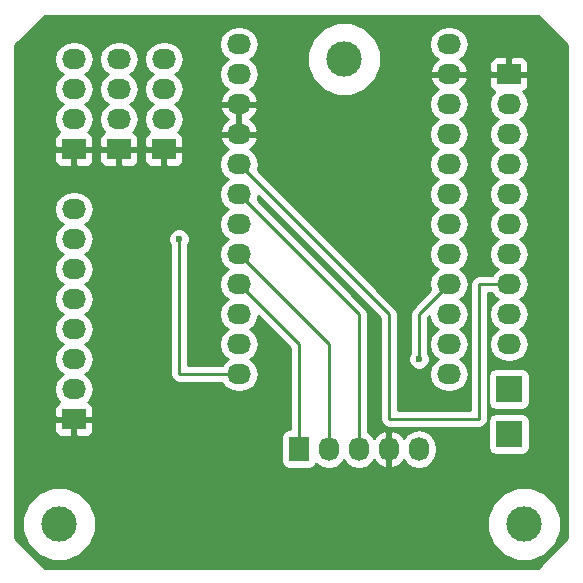
<source format=gbr>
G04 #@! TF.FileFunction,Copper,L2,Bot,Signal*
%FSLAX46Y46*%
G04 Gerber Fmt 4.6, Leading zero omitted, Abs format (unit mm)*
G04 Created by KiCad (PCBNEW 4.0.2-stable) date 15.07.2016 23:15:38*
%MOMM*%
G01*
G04 APERTURE LIST*
%ADD10C,0.100000*%
%ADD11R,2.032000X1.727200*%
%ADD12O,2.032000X1.727200*%
%ADD13R,1.727200X2.032000*%
%ADD14O,1.727200X2.032000*%
%ADD15R,2.235200X2.235200*%
%ADD16C,3.000000*%
%ADD17C,0.600000*%
%ADD18C,0.250000*%
%ADD19C,0.254000*%
G04 APERTURE END LIST*
D10*
D11*
X119380000Y-97790000D03*
D12*
X119380000Y-95250000D03*
X119380000Y-92710000D03*
X119380000Y-90170000D03*
X119380000Y-87630000D03*
X119380000Y-85090000D03*
X119380000Y-82550000D03*
X119380000Y-80010000D03*
D13*
X138430000Y-100330000D03*
D14*
X140970000Y-100330000D03*
X143510000Y-100330000D03*
X146050000Y-100330000D03*
X148590000Y-100330000D03*
D11*
X119380000Y-74930000D03*
D12*
X119380000Y-72390000D03*
X119380000Y-69850000D03*
X119380000Y-67310000D03*
D11*
X123190000Y-74930000D03*
D12*
X123190000Y-72390000D03*
X123190000Y-69850000D03*
X123190000Y-67310000D03*
D11*
X127000000Y-74930000D03*
D12*
X127000000Y-72390000D03*
X127000000Y-69850000D03*
X127000000Y-67310000D03*
D15*
X156210000Y-99060000D03*
X156210000Y-95250000D03*
D11*
X156210000Y-68580000D03*
D12*
X156210000Y-71120000D03*
X156210000Y-73660000D03*
X156210000Y-76200000D03*
X156210000Y-78740000D03*
X156210000Y-81280000D03*
X156210000Y-83820000D03*
X156210000Y-86360000D03*
X156210000Y-88900000D03*
X156210000Y-91440000D03*
D16*
X142240000Y-67310000D03*
X157480000Y-106680000D03*
X118110000Y-106680000D03*
D12*
X133350000Y-66040000D03*
X133350000Y-68580000D03*
X133350000Y-71120000D03*
X133350000Y-73660000D03*
X133350000Y-76200000D03*
X133350000Y-78740000D03*
X133350000Y-81280000D03*
X133350000Y-83820000D03*
X133350000Y-86360000D03*
X133350000Y-88900000D03*
X133350000Y-91440000D03*
X133350000Y-93980000D03*
X151130000Y-93980000D03*
X151130000Y-91440000D03*
X151130000Y-88900000D03*
X151130000Y-86360000D03*
X151130000Y-83820000D03*
X151130000Y-81280000D03*
X151130000Y-78740000D03*
X151130000Y-76200000D03*
X151130000Y-73660000D03*
X151130000Y-71120000D03*
X151130000Y-68580000D03*
X151130000Y-66040000D03*
D17*
X128270000Y-82550000D03*
X148590000Y-92710000D03*
D18*
X133350000Y-76200000D02*
X146050000Y-88900000D01*
X153670000Y-86360000D02*
X156210000Y-86360000D01*
X153670000Y-97790000D02*
X153670000Y-86360000D01*
X146050000Y-97790000D02*
X153670000Y-97790000D01*
X146050000Y-88900000D02*
X146050000Y-97790000D01*
X143510000Y-100330000D02*
X143510000Y-88900000D01*
X143510000Y-88900000D02*
X133350000Y-78740000D01*
X140970000Y-100330000D02*
X140970000Y-91440000D01*
X140970000Y-91440000D02*
X133350000Y-83820000D01*
X138430000Y-100330000D02*
X138430000Y-91440000D01*
X138430000Y-91440000D02*
X133350000Y-86360000D01*
X128270000Y-93980000D02*
X133350000Y-93980000D01*
X128270000Y-82550000D02*
X128270000Y-93980000D01*
X128270000Y-82550000D02*
X128270000Y-82550000D01*
X148590000Y-88900000D02*
X151130000Y-86360000D01*
X148590000Y-92710000D02*
X148590000Y-88900000D01*
D19*
G36*
X161163000Y-66092606D02*
X161163000Y-107897394D01*
X158697394Y-110363000D01*
X116892606Y-110363000D01*
X114427000Y-107897394D01*
X114427000Y-107299270D01*
X114982458Y-107299270D01*
X115457512Y-108448989D01*
X116336384Y-109329396D01*
X117485272Y-109806456D01*
X118729270Y-109807542D01*
X119878989Y-109332488D01*
X120759396Y-108453616D01*
X121236456Y-107304728D01*
X121236460Y-107299270D01*
X154352458Y-107299270D01*
X154827512Y-108448989D01*
X155706384Y-109329396D01*
X156855272Y-109806456D01*
X158099270Y-109807542D01*
X159248989Y-109332488D01*
X160129396Y-108453616D01*
X160606456Y-107304728D01*
X160607542Y-106060730D01*
X160132488Y-104911011D01*
X159253616Y-104030604D01*
X158104728Y-103553544D01*
X156860730Y-103552458D01*
X155711011Y-104027512D01*
X154830604Y-104906384D01*
X154353544Y-106055272D01*
X154352458Y-107299270D01*
X121236460Y-107299270D01*
X121237542Y-106060730D01*
X120762488Y-104911011D01*
X119883616Y-104030604D01*
X118734728Y-103553544D01*
X117490730Y-103552458D01*
X116341011Y-104027512D01*
X115460604Y-104906384D01*
X114983544Y-106055272D01*
X114982458Y-107299270D01*
X114427000Y-107299270D01*
X114427000Y-98075750D01*
X117729000Y-98075750D01*
X117729000Y-98779910D01*
X117825673Y-99013299D01*
X118004302Y-99191927D01*
X118237691Y-99288600D01*
X119094250Y-99288600D01*
X119253000Y-99129850D01*
X119253000Y-97917000D01*
X119507000Y-97917000D01*
X119507000Y-99129850D01*
X119665750Y-99288600D01*
X120522309Y-99288600D01*
X120755698Y-99191927D01*
X120934327Y-99013299D01*
X121031000Y-98779910D01*
X121031000Y-98075750D01*
X120872250Y-97917000D01*
X119507000Y-97917000D01*
X119253000Y-97917000D01*
X117887750Y-97917000D01*
X117729000Y-98075750D01*
X114427000Y-98075750D01*
X114427000Y-80010000D01*
X117696655Y-80010000D01*
X117810729Y-80583489D01*
X118135585Y-81069670D01*
X118450366Y-81280000D01*
X118135585Y-81490330D01*
X117810729Y-81976511D01*
X117696655Y-82550000D01*
X117810729Y-83123489D01*
X118135585Y-83609670D01*
X118450366Y-83820000D01*
X118135585Y-84030330D01*
X117810729Y-84516511D01*
X117696655Y-85090000D01*
X117810729Y-85663489D01*
X118135585Y-86149670D01*
X118450366Y-86360000D01*
X118135585Y-86570330D01*
X117810729Y-87056511D01*
X117696655Y-87630000D01*
X117810729Y-88203489D01*
X118135585Y-88689670D01*
X118450366Y-88900000D01*
X118135585Y-89110330D01*
X117810729Y-89596511D01*
X117696655Y-90170000D01*
X117810729Y-90743489D01*
X118135585Y-91229670D01*
X118450366Y-91440000D01*
X118135585Y-91650330D01*
X117810729Y-92136511D01*
X117696655Y-92710000D01*
X117810729Y-93283489D01*
X118135585Y-93769670D01*
X118450366Y-93980000D01*
X118135585Y-94190330D01*
X117810729Y-94676511D01*
X117696655Y-95250000D01*
X117810729Y-95823489D01*
X118135585Y-96309670D01*
X118157780Y-96324500D01*
X118004302Y-96388073D01*
X117825673Y-96566701D01*
X117729000Y-96800090D01*
X117729000Y-97504250D01*
X117887750Y-97663000D01*
X119253000Y-97663000D01*
X119253000Y-97643000D01*
X119507000Y-97643000D01*
X119507000Y-97663000D01*
X120872250Y-97663000D01*
X121031000Y-97504250D01*
X121031000Y-96800090D01*
X120934327Y-96566701D01*
X120755698Y-96388073D01*
X120602220Y-96324500D01*
X120624415Y-96309670D01*
X120949271Y-95823489D01*
X121063345Y-95250000D01*
X120949271Y-94676511D01*
X120624415Y-94190330D01*
X120309634Y-93980000D01*
X120624415Y-93769670D01*
X120949271Y-93283489D01*
X121063345Y-92710000D01*
X120949271Y-92136511D01*
X120624415Y-91650330D01*
X120309634Y-91440000D01*
X120624415Y-91229670D01*
X120949271Y-90743489D01*
X121063345Y-90170000D01*
X120949271Y-89596511D01*
X120624415Y-89110330D01*
X120309634Y-88900000D01*
X120624415Y-88689670D01*
X120949271Y-88203489D01*
X121063345Y-87630000D01*
X120949271Y-87056511D01*
X120624415Y-86570330D01*
X120309634Y-86360000D01*
X120624415Y-86149670D01*
X120949271Y-85663489D01*
X121063345Y-85090000D01*
X120949271Y-84516511D01*
X120624415Y-84030330D01*
X120309634Y-83820000D01*
X120624415Y-83609670D01*
X120949271Y-83123489D01*
X121026513Y-82735167D01*
X127334838Y-82735167D01*
X127476883Y-83078943D01*
X127510000Y-83112118D01*
X127510000Y-93980000D01*
X127567852Y-94270839D01*
X127732599Y-94517401D01*
X127979161Y-94682148D01*
X128270000Y-94740000D01*
X131905352Y-94740000D01*
X132105585Y-95039670D01*
X132591766Y-95364526D01*
X133165255Y-95478600D01*
X133534745Y-95478600D01*
X134108234Y-95364526D01*
X134594415Y-95039670D01*
X134919271Y-94553489D01*
X135033345Y-93980000D01*
X134919271Y-93406511D01*
X134594415Y-92920330D01*
X134279634Y-92710000D01*
X134594415Y-92499670D01*
X134919271Y-92013489D01*
X135033345Y-91440000D01*
X134919271Y-90866511D01*
X134594415Y-90380330D01*
X134279634Y-90170000D01*
X134594415Y-89959670D01*
X134919271Y-89473489D01*
X134997152Y-89081954D01*
X137670000Y-91754802D01*
X137670000Y-98666560D01*
X137566400Y-98666560D01*
X137331083Y-98710838D01*
X137114959Y-98849910D01*
X136969969Y-99062110D01*
X136918960Y-99314000D01*
X136918960Y-101346000D01*
X136963238Y-101581317D01*
X137102310Y-101797441D01*
X137314510Y-101942431D01*
X137566400Y-101993440D01*
X139293600Y-101993440D01*
X139528917Y-101949162D01*
X139745041Y-101810090D01*
X139890031Y-101597890D01*
X139898400Y-101556561D01*
X139910330Y-101574415D01*
X140396511Y-101899271D01*
X140970000Y-102013345D01*
X141543489Y-101899271D01*
X142029670Y-101574415D01*
X142240000Y-101259634D01*
X142450330Y-101574415D01*
X142936511Y-101899271D01*
X143510000Y-102013345D01*
X144083489Y-101899271D01*
X144569670Y-101574415D01*
X144776461Y-101264931D01*
X145147964Y-101680732D01*
X145675209Y-101934709D01*
X145690974Y-101937358D01*
X145923000Y-101816217D01*
X145923000Y-100457000D01*
X145903000Y-100457000D01*
X145903000Y-100203000D01*
X145923000Y-100203000D01*
X145923000Y-98843783D01*
X146177000Y-98843783D01*
X146177000Y-100203000D01*
X146197000Y-100203000D01*
X146197000Y-100457000D01*
X146177000Y-100457000D01*
X146177000Y-101816217D01*
X146409026Y-101937358D01*
X146424791Y-101934709D01*
X146952036Y-101680732D01*
X147323539Y-101264931D01*
X147530330Y-101574415D01*
X148016511Y-101899271D01*
X148590000Y-102013345D01*
X149163489Y-101899271D01*
X149649670Y-101574415D01*
X149974526Y-101088234D01*
X150088600Y-100514745D01*
X150088600Y-100145255D01*
X149974526Y-99571766D01*
X149649670Y-99085585D01*
X149163489Y-98760729D01*
X148590000Y-98646655D01*
X148016511Y-98760729D01*
X147530330Y-99085585D01*
X147323539Y-99395069D01*
X146952036Y-98979268D01*
X146424791Y-98725291D01*
X146409026Y-98722642D01*
X146177000Y-98843783D01*
X145923000Y-98843783D01*
X145690974Y-98722642D01*
X145675209Y-98725291D01*
X145147964Y-98979268D01*
X144776461Y-99395069D01*
X144569670Y-99085585D01*
X144270000Y-98885352D01*
X144270000Y-88900000D01*
X144212148Y-88609161D01*
X144047401Y-88362599D01*
X134932381Y-79247579D01*
X134997152Y-78921954D01*
X145290000Y-89214802D01*
X145290000Y-97790000D01*
X145347852Y-98080839D01*
X145512599Y-98327401D01*
X145759161Y-98492148D01*
X146050000Y-98550000D01*
X153670000Y-98550000D01*
X153960839Y-98492148D01*
X154207401Y-98327401D01*
X154372148Y-98080839D01*
X154399685Y-97942400D01*
X154444960Y-97942400D01*
X154444960Y-100177600D01*
X154489238Y-100412917D01*
X154628310Y-100629041D01*
X154840510Y-100774031D01*
X155092400Y-100825040D01*
X157327600Y-100825040D01*
X157562917Y-100780762D01*
X157779041Y-100641690D01*
X157924031Y-100429490D01*
X157975040Y-100177600D01*
X157975040Y-97942400D01*
X157930762Y-97707083D01*
X157791690Y-97490959D01*
X157579490Y-97345969D01*
X157327600Y-97294960D01*
X155092400Y-97294960D01*
X154857083Y-97339238D01*
X154640959Y-97478310D01*
X154495969Y-97690510D01*
X154444960Y-97942400D01*
X154399685Y-97942400D01*
X154430000Y-97790000D01*
X154430000Y-94132400D01*
X154444960Y-94132400D01*
X154444960Y-96367600D01*
X154489238Y-96602917D01*
X154628310Y-96819041D01*
X154840510Y-96964031D01*
X155092400Y-97015040D01*
X157327600Y-97015040D01*
X157562917Y-96970762D01*
X157779041Y-96831690D01*
X157924031Y-96619490D01*
X157975040Y-96367600D01*
X157975040Y-94132400D01*
X157930762Y-93897083D01*
X157791690Y-93680959D01*
X157579490Y-93535969D01*
X157327600Y-93484960D01*
X155092400Y-93484960D01*
X154857083Y-93529238D01*
X154640959Y-93668310D01*
X154495969Y-93880510D01*
X154444960Y-94132400D01*
X154430000Y-94132400D01*
X154430000Y-87120000D01*
X154765352Y-87120000D01*
X154965585Y-87419670D01*
X155280366Y-87630000D01*
X154965585Y-87840330D01*
X154640729Y-88326511D01*
X154526655Y-88900000D01*
X154640729Y-89473489D01*
X154965585Y-89959670D01*
X155280366Y-90170000D01*
X154965585Y-90380330D01*
X154640729Y-90866511D01*
X154526655Y-91440000D01*
X154640729Y-92013489D01*
X154965585Y-92499670D01*
X155451766Y-92824526D01*
X156025255Y-92938600D01*
X156394745Y-92938600D01*
X156968234Y-92824526D01*
X157454415Y-92499670D01*
X157779271Y-92013489D01*
X157893345Y-91440000D01*
X157779271Y-90866511D01*
X157454415Y-90380330D01*
X157139634Y-90170000D01*
X157454415Y-89959670D01*
X157779271Y-89473489D01*
X157893345Y-88900000D01*
X157779271Y-88326511D01*
X157454415Y-87840330D01*
X157139634Y-87630000D01*
X157454415Y-87419670D01*
X157779271Y-86933489D01*
X157893345Y-86360000D01*
X157779271Y-85786511D01*
X157454415Y-85300330D01*
X157139634Y-85090000D01*
X157454415Y-84879670D01*
X157779271Y-84393489D01*
X157893345Y-83820000D01*
X157779271Y-83246511D01*
X157454415Y-82760330D01*
X157139634Y-82550000D01*
X157454415Y-82339670D01*
X157779271Y-81853489D01*
X157893345Y-81280000D01*
X157779271Y-80706511D01*
X157454415Y-80220330D01*
X157139634Y-80010000D01*
X157454415Y-79799670D01*
X157779271Y-79313489D01*
X157893345Y-78740000D01*
X157779271Y-78166511D01*
X157454415Y-77680330D01*
X157139634Y-77470000D01*
X157454415Y-77259670D01*
X157779271Y-76773489D01*
X157893345Y-76200000D01*
X157779271Y-75626511D01*
X157454415Y-75140330D01*
X157139634Y-74930000D01*
X157454415Y-74719670D01*
X157779271Y-74233489D01*
X157893345Y-73660000D01*
X157779271Y-73086511D01*
X157454415Y-72600330D01*
X157139634Y-72390000D01*
X157454415Y-72179670D01*
X157779271Y-71693489D01*
X157893345Y-71120000D01*
X157779271Y-70546511D01*
X157454415Y-70060330D01*
X157432220Y-70045500D01*
X157585698Y-69981927D01*
X157764327Y-69803299D01*
X157861000Y-69569910D01*
X157861000Y-68865750D01*
X157702250Y-68707000D01*
X156337000Y-68707000D01*
X156337000Y-68727000D01*
X156083000Y-68727000D01*
X156083000Y-68707000D01*
X154717750Y-68707000D01*
X154559000Y-68865750D01*
X154559000Y-69569910D01*
X154655673Y-69803299D01*
X154834302Y-69981927D01*
X154987780Y-70045500D01*
X154965585Y-70060330D01*
X154640729Y-70546511D01*
X154526655Y-71120000D01*
X154640729Y-71693489D01*
X154965585Y-72179670D01*
X155280366Y-72390000D01*
X154965585Y-72600330D01*
X154640729Y-73086511D01*
X154526655Y-73660000D01*
X154640729Y-74233489D01*
X154965585Y-74719670D01*
X155280366Y-74930000D01*
X154965585Y-75140330D01*
X154640729Y-75626511D01*
X154526655Y-76200000D01*
X154640729Y-76773489D01*
X154965585Y-77259670D01*
X155280366Y-77470000D01*
X154965585Y-77680330D01*
X154640729Y-78166511D01*
X154526655Y-78740000D01*
X154640729Y-79313489D01*
X154965585Y-79799670D01*
X155280366Y-80010000D01*
X154965585Y-80220330D01*
X154640729Y-80706511D01*
X154526655Y-81280000D01*
X154640729Y-81853489D01*
X154965585Y-82339670D01*
X155280366Y-82550000D01*
X154965585Y-82760330D01*
X154640729Y-83246511D01*
X154526655Y-83820000D01*
X154640729Y-84393489D01*
X154965585Y-84879670D01*
X155280366Y-85090000D01*
X154965585Y-85300330D01*
X154765352Y-85600000D01*
X153670000Y-85600000D01*
X153379161Y-85657852D01*
X153132599Y-85822599D01*
X152967852Y-86069161D01*
X152910000Y-86360000D01*
X152910000Y-97030000D01*
X146810000Y-97030000D01*
X146810000Y-92895167D01*
X147654838Y-92895167D01*
X147796883Y-93238943D01*
X148059673Y-93502192D01*
X148403201Y-93644838D01*
X148775167Y-93645162D01*
X149118943Y-93503117D01*
X149382192Y-93240327D01*
X149524838Y-92896799D01*
X149525162Y-92524833D01*
X149383117Y-92181057D01*
X149350000Y-92147882D01*
X149350000Y-89214802D01*
X149482848Y-89081954D01*
X149560729Y-89473489D01*
X149885585Y-89959670D01*
X150200366Y-90170000D01*
X149885585Y-90380330D01*
X149560729Y-90866511D01*
X149446655Y-91440000D01*
X149560729Y-92013489D01*
X149885585Y-92499670D01*
X150200366Y-92710000D01*
X149885585Y-92920330D01*
X149560729Y-93406511D01*
X149446655Y-93980000D01*
X149560729Y-94553489D01*
X149885585Y-95039670D01*
X150371766Y-95364526D01*
X150945255Y-95478600D01*
X151314745Y-95478600D01*
X151888234Y-95364526D01*
X152374415Y-95039670D01*
X152699271Y-94553489D01*
X152813345Y-93980000D01*
X152699271Y-93406511D01*
X152374415Y-92920330D01*
X152059634Y-92710000D01*
X152374415Y-92499670D01*
X152699271Y-92013489D01*
X152813345Y-91440000D01*
X152699271Y-90866511D01*
X152374415Y-90380330D01*
X152059634Y-90170000D01*
X152374415Y-89959670D01*
X152699271Y-89473489D01*
X152813345Y-88900000D01*
X152699271Y-88326511D01*
X152374415Y-87840330D01*
X152059634Y-87630000D01*
X152374415Y-87419670D01*
X152699271Y-86933489D01*
X152813345Y-86360000D01*
X152699271Y-85786511D01*
X152374415Y-85300330D01*
X152059634Y-85090000D01*
X152374415Y-84879670D01*
X152699271Y-84393489D01*
X152813345Y-83820000D01*
X152699271Y-83246511D01*
X152374415Y-82760330D01*
X152059634Y-82550000D01*
X152374415Y-82339670D01*
X152699271Y-81853489D01*
X152813345Y-81280000D01*
X152699271Y-80706511D01*
X152374415Y-80220330D01*
X152059634Y-80010000D01*
X152374415Y-79799670D01*
X152699271Y-79313489D01*
X152813345Y-78740000D01*
X152699271Y-78166511D01*
X152374415Y-77680330D01*
X152059634Y-77470000D01*
X152374415Y-77259670D01*
X152699271Y-76773489D01*
X152813345Y-76200000D01*
X152699271Y-75626511D01*
X152374415Y-75140330D01*
X152059634Y-74930000D01*
X152374415Y-74719670D01*
X152699271Y-74233489D01*
X152813345Y-73660000D01*
X152699271Y-73086511D01*
X152374415Y-72600330D01*
X152059634Y-72390000D01*
X152374415Y-72179670D01*
X152699271Y-71693489D01*
X152813345Y-71120000D01*
X152699271Y-70546511D01*
X152374415Y-70060330D01*
X152064931Y-69853539D01*
X152480732Y-69482036D01*
X152734709Y-68954791D01*
X152737358Y-68939026D01*
X152616217Y-68707000D01*
X151257000Y-68707000D01*
X151257000Y-68727000D01*
X151003000Y-68727000D01*
X151003000Y-68707000D01*
X149643783Y-68707000D01*
X149522642Y-68939026D01*
X149525291Y-68954791D01*
X149779268Y-69482036D01*
X150195069Y-69853539D01*
X149885585Y-70060330D01*
X149560729Y-70546511D01*
X149446655Y-71120000D01*
X149560729Y-71693489D01*
X149885585Y-72179670D01*
X150200366Y-72390000D01*
X149885585Y-72600330D01*
X149560729Y-73086511D01*
X149446655Y-73660000D01*
X149560729Y-74233489D01*
X149885585Y-74719670D01*
X150200366Y-74930000D01*
X149885585Y-75140330D01*
X149560729Y-75626511D01*
X149446655Y-76200000D01*
X149560729Y-76773489D01*
X149885585Y-77259670D01*
X150200366Y-77470000D01*
X149885585Y-77680330D01*
X149560729Y-78166511D01*
X149446655Y-78740000D01*
X149560729Y-79313489D01*
X149885585Y-79799670D01*
X150200366Y-80010000D01*
X149885585Y-80220330D01*
X149560729Y-80706511D01*
X149446655Y-81280000D01*
X149560729Y-81853489D01*
X149885585Y-82339670D01*
X150200366Y-82550000D01*
X149885585Y-82760330D01*
X149560729Y-83246511D01*
X149446655Y-83820000D01*
X149560729Y-84393489D01*
X149885585Y-84879670D01*
X150200366Y-85090000D01*
X149885585Y-85300330D01*
X149560729Y-85786511D01*
X149446655Y-86360000D01*
X149547619Y-86867579D01*
X148052599Y-88362599D01*
X147887852Y-88609161D01*
X147830000Y-88900000D01*
X147830000Y-92147537D01*
X147797808Y-92179673D01*
X147655162Y-92523201D01*
X147654838Y-92895167D01*
X146810000Y-92895167D01*
X146810000Y-88900000D01*
X146787219Y-88785474D01*
X146752148Y-88609160D01*
X146587401Y-88362599D01*
X134932381Y-76707579D01*
X135033345Y-76200000D01*
X134919271Y-75626511D01*
X134594415Y-75140330D01*
X134284931Y-74933539D01*
X134700732Y-74562036D01*
X134954709Y-74034791D01*
X134957358Y-74019026D01*
X134836217Y-73787000D01*
X133477000Y-73787000D01*
X133477000Y-73807000D01*
X133223000Y-73807000D01*
X133223000Y-73787000D01*
X131863783Y-73787000D01*
X131742642Y-74019026D01*
X131745291Y-74034791D01*
X131999268Y-74562036D01*
X132415069Y-74933539D01*
X132105585Y-75140330D01*
X131780729Y-75626511D01*
X131666655Y-76200000D01*
X131780729Y-76773489D01*
X132105585Y-77259670D01*
X132420366Y-77470000D01*
X132105585Y-77680330D01*
X131780729Y-78166511D01*
X131666655Y-78740000D01*
X131780729Y-79313489D01*
X132105585Y-79799670D01*
X132420366Y-80010000D01*
X132105585Y-80220330D01*
X131780729Y-80706511D01*
X131666655Y-81280000D01*
X131780729Y-81853489D01*
X132105585Y-82339670D01*
X132420366Y-82550000D01*
X132105585Y-82760330D01*
X131780729Y-83246511D01*
X131666655Y-83820000D01*
X131780729Y-84393489D01*
X132105585Y-84879670D01*
X132420366Y-85090000D01*
X132105585Y-85300330D01*
X131780729Y-85786511D01*
X131666655Y-86360000D01*
X131780729Y-86933489D01*
X132105585Y-87419670D01*
X132420366Y-87630000D01*
X132105585Y-87840330D01*
X131780729Y-88326511D01*
X131666655Y-88900000D01*
X131780729Y-89473489D01*
X132105585Y-89959670D01*
X132420366Y-90170000D01*
X132105585Y-90380330D01*
X131780729Y-90866511D01*
X131666655Y-91440000D01*
X131780729Y-92013489D01*
X132105585Y-92499670D01*
X132420366Y-92710000D01*
X132105585Y-92920330D01*
X131905352Y-93220000D01*
X129030000Y-93220000D01*
X129030000Y-83112463D01*
X129062192Y-83080327D01*
X129204838Y-82736799D01*
X129205162Y-82364833D01*
X129063117Y-82021057D01*
X128800327Y-81757808D01*
X128456799Y-81615162D01*
X128084833Y-81614838D01*
X127741057Y-81756883D01*
X127477808Y-82019673D01*
X127335162Y-82363201D01*
X127334838Y-82735167D01*
X121026513Y-82735167D01*
X121063345Y-82550000D01*
X120949271Y-81976511D01*
X120624415Y-81490330D01*
X120309634Y-81280000D01*
X120624415Y-81069670D01*
X120949271Y-80583489D01*
X121063345Y-80010000D01*
X120949271Y-79436511D01*
X120624415Y-78950330D01*
X120138234Y-78625474D01*
X119564745Y-78511400D01*
X119195255Y-78511400D01*
X118621766Y-78625474D01*
X118135585Y-78950330D01*
X117810729Y-79436511D01*
X117696655Y-80010000D01*
X114427000Y-80010000D01*
X114427000Y-75215750D01*
X117729000Y-75215750D01*
X117729000Y-75919910D01*
X117825673Y-76153299D01*
X118004302Y-76331927D01*
X118237691Y-76428600D01*
X119094250Y-76428600D01*
X119253000Y-76269850D01*
X119253000Y-75057000D01*
X119507000Y-75057000D01*
X119507000Y-76269850D01*
X119665750Y-76428600D01*
X120522309Y-76428600D01*
X120755698Y-76331927D01*
X120934327Y-76153299D01*
X121031000Y-75919910D01*
X121031000Y-75215750D01*
X121539000Y-75215750D01*
X121539000Y-75919910D01*
X121635673Y-76153299D01*
X121814302Y-76331927D01*
X122047691Y-76428600D01*
X122904250Y-76428600D01*
X123063000Y-76269850D01*
X123063000Y-75057000D01*
X123317000Y-75057000D01*
X123317000Y-76269850D01*
X123475750Y-76428600D01*
X124332309Y-76428600D01*
X124565698Y-76331927D01*
X124744327Y-76153299D01*
X124841000Y-75919910D01*
X124841000Y-75215750D01*
X125349000Y-75215750D01*
X125349000Y-75919910D01*
X125445673Y-76153299D01*
X125624302Y-76331927D01*
X125857691Y-76428600D01*
X126714250Y-76428600D01*
X126873000Y-76269850D01*
X126873000Y-75057000D01*
X127127000Y-75057000D01*
X127127000Y-76269850D01*
X127285750Y-76428600D01*
X128142309Y-76428600D01*
X128375698Y-76331927D01*
X128554327Y-76153299D01*
X128651000Y-75919910D01*
X128651000Y-75215750D01*
X128492250Y-75057000D01*
X127127000Y-75057000D01*
X126873000Y-75057000D01*
X125507750Y-75057000D01*
X125349000Y-75215750D01*
X124841000Y-75215750D01*
X124682250Y-75057000D01*
X123317000Y-75057000D01*
X123063000Y-75057000D01*
X121697750Y-75057000D01*
X121539000Y-75215750D01*
X121031000Y-75215750D01*
X120872250Y-75057000D01*
X119507000Y-75057000D01*
X119253000Y-75057000D01*
X117887750Y-75057000D01*
X117729000Y-75215750D01*
X114427000Y-75215750D01*
X114427000Y-67310000D01*
X117696655Y-67310000D01*
X117810729Y-67883489D01*
X118135585Y-68369670D01*
X118450366Y-68580000D01*
X118135585Y-68790330D01*
X117810729Y-69276511D01*
X117696655Y-69850000D01*
X117810729Y-70423489D01*
X118135585Y-70909670D01*
X118450366Y-71120000D01*
X118135585Y-71330330D01*
X117810729Y-71816511D01*
X117696655Y-72390000D01*
X117810729Y-72963489D01*
X118135585Y-73449670D01*
X118157780Y-73464500D01*
X118004302Y-73528073D01*
X117825673Y-73706701D01*
X117729000Y-73940090D01*
X117729000Y-74644250D01*
X117887750Y-74803000D01*
X119253000Y-74803000D01*
X119253000Y-74783000D01*
X119507000Y-74783000D01*
X119507000Y-74803000D01*
X120872250Y-74803000D01*
X121031000Y-74644250D01*
X121031000Y-73940090D01*
X120934327Y-73706701D01*
X120755698Y-73528073D01*
X120602220Y-73464500D01*
X120624415Y-73449670D01*
X120949271Y-72963489D01*
X121063345Y-72390000D01*
X120949271Y-71816511D01*
X120624415Y-71330330D01*
X120309634Y-71120000D01*
X120624415Y-70909670D01*
X120949271Y-70423489D01*
X121063345Y-69850000D01*
X120949271Y-69276511D01*
X120624415Y-68790330D01*
X120309634Y-68580000D01*
X120624415Y-68369670D01*
X120949271Y-67883489D01*
X121063345Y-67310000D01*
X121506655Y-67310000D01*
X121620729Y-67883489D01*
X121945585Y-68369670D01*
X122260366Y-68580000D01*
X121945585Y-68790330D01*
X121620729Y-69276511D01*
X121506655Y-69850000D01*
X121620729Y-70423489D01*
X121945585Y-70909670D01*
X122260366Y-71120000D01*
X121945585Y-71330330D01*
X121620729Y-71816511D01*
X121506655Y-72390000D01*
X121620729Y-72963489D01*
X121945585Y-73449670D01*
X121967780Y-73464500D01*
X121814302Y-73528073D01*
X121635673Y-73706701D01*
X121539000Y-73940090D01*
X121539000Y-74644250D01*
X121697750Y-74803000D01*
X123063000Y-74803000D01*
X123063000Y-74783000D01*
X123317000Y-74783000D01*
X123317000Y-74803000D01*
X124682250Y-74803000D01*
X124841000Y-74644250D01*
X124841000Y-73940090D01*
X124744327Y-73706701D01*
X124565698Y-73528073D01*
X124412220Y-73464500D01*
X124434415Y-73449670D01*
X124759271Y-72963489D01*
X124873345Y-72390000D01*
X124759271Y-71816511D01*
X124434415Y-71330330D01*
X124119634Y-71120000D01*
X124434415Y-70909670D01*
X124759271Y-70423489D01*
X124873345Y-69850000D01*
X124759271Y-69276511D01*
X124434415Y-68790330D01*
X124119634Y-68580000D01*
X124434415Y-68369670D01*
X124759271Y-67883489D01*
X124873345Y-67310000D01*
X125316655Y-67310000D01*
X125430729Y-67883489D01*
X125755585Y-68369670D01*
X126070366Y-68580000D01*
X125755585Y-68790330D01*
X125430729Y-69276511D01*
X125316655Y-69850000D01*
X125430729Y-70423489D01*
X125755585Y-70909670D01*
X126070366Y-71120000D01*
X125755585Y-71330330D01*
X125430729Y-71816511D01*
X125316655Y-72390000D01*
X125430729Y-72963489D01*
X125755585Y-73449670D01*
X125777780Y-73464500D01*
X125624302Y-73528073D01*
X125445673Y-73706701D01*
X125349000Y-73940090D01*
X125349000Y-74644250D01*
X125507750Y-74803000D01*
X126873000Y-74803000D01*
X126873000Y-74783000D01*
X127127000Y-74783000D01*
X127127000Y-74803000D01*
X128492250Y-74803000D01*
X128651000Y-74644250D01*
X128651000Y-73940090D01*
X128554327Y-73706701D01*
X128375698Y-73528073D01*
X128222220Y-73464500D01*
X128244415Y-73449670D01*
X128569271Y-72963489D01*
X128683345Y-72390000D01*
X128569271Y-71816511D01*
X128343771Y-71479026D01*
X131742642Y-71479026D01*
X131745291Y-71494791D01*
X131999268Y-72022036D01*
X132411108Y-72390000D01*
X131999268Y-72757964D01*
X131745291Y-73285209D01*
X131742642Y-73300974D01*
X131863783Y-73533000D01*
X133223000Y-73533000D01*
X133223000Y-71247000D01*
X133477000Y-71247000D01*
X133477000Y-73533000D01*
X134836217Y-73533000D01*
X134957358Y-73300974D01*
X134954709Y-73285209D01*
X134700732Y-72757964D01*
X134288892Y-72390000D01*
X134700732Y-72022036D01*
X134954709Y-71494791D01*
X134957358Y-71479026D01*
X134836217Y-71247000D01*
X133477000Y-71247000D01*
X133223000Y-71247000D01*
X131863783Y-71247000D01*
X131742642Y-71479026D01*
X128343771Y-71479026D01*
X128244415Y-71330330D01*
X127929634Y-71120000D01*
X128244415Y-70909670D01*
X128569271Y-70423489D01*
X128683345Y-69850000D01*
X128569271Y-69276511D01*
X128244415Y-68790330D01*
X127929634Y-68580000D01*
X128244415Y-68369670D01*
X128569271Y-67883489D01*
X128683345Y-67310000D01*
X128569271Y-66736511D01*
X128244415Y-66250330D01*
X127929635Y-66040000D01*
X131666655Y-66040000D01*
X131780729Y-66613489D01*
X132105585Y-67099670D01*
X132420366Y-67310000D01*
X132105585Y-67520330D01*
X131780729Y-68006511D01*
X131666655Y-68580000D01*
X131780729Y-69153489D01*
X132105585Y-69639670D01*
X132415069Y-69846461D01*
X131999268Y-70217964D01*
X131745291Y-70745209D01*
X131742642Y-70760974D01*
X131863783Y-70993000D01*
X133223000Y-70993000D01*
X133223000Y-70973000D01*
X133477000Y-70973000D01*
X133477000Y-70993000D01*
X134836217Y-70993000D01*
X134957358Y-70760974D01*
X134954709Y-70745209D01*
X134700732Y-70217964D01*
X134284931Y-69846461D01*
X134594415Y-69639670D01*
X134919271Y-69153489D01*
X135033345Y-68580000D01*
X134919271Y-68006511D01*
X134867661Y-67929270D01*
X139112458Y-67929270D01*
X139587512Y-69078989D01*
X140466384Y-69959396D01*
X141615272Y-70436456D01*
X142859270Y-70437542D01*
X144008989Y-69962488D01*
X144889396Y-69083616D01*
X145366456Y-67934728D01*
X145367542Y-66690730D01*
X145098666Y-66040000D01*
X149446655Y-66040000D01*
X149560729Y-66613489D01*
X149885585Y-67099670D01*
X150195069Y-67306461D01*
X149779268Y-67677964D01*
X149525291Y-68205209D01*
X149522642Y-68220974D01*
X149643783Y-68453000D01*
X151003000Y-68453000D01*
X151003000Y-68433000D01*
X151257000Y-68433000D01*
X151257000Y-68453000D01*
X152616217Y-68453000D01*
X152737358Y-68220974D01*
X152734709Y-68205209D01*
X152480732Y-67677964D01*
X152382380Y-67590090D01*
X154559000Y-67590090D01*
X154559000Y-68294250D01*
X154717750Y-68453000D01*
X156083000Y-68453000D01*
X156083000Y-67240150D01*
X156337000Y-67240150D01*
X156337000Y-68453000D01*
X157702250Y-68453000D01*
X157861000Y-68294250D01*
X157861000Y-67590090D01*
X157764327Y-67356701D01*
X157585698Y-67178073D01*
X157352309Y-67081400D01*
X156495750Y-67081400D01*
X156337000Y-67240150D01*
X156083000Y-67240150D01*
X155924250Y-67081400D01*
X155067691Y-67081400D01*
X154834302Y-67178073D01*
X154655673Y-67356701D01*
X154559000Y-67590090D01*
X152382380Y-67590090D01*
X152064931Y-67306461D01*
X152374415Y-67099670D01*
X152699271Y-66613489D01*
X152813345Y-66040000D01*
X152699271Y-65466511D01*
X152374415Y-64980330D01*
X151888234Y-64655474D01*
X151314745Y-64541400D01*
X150945255Y-64541400D01*
X150371766Y-64655474D01*
X149885585Y-64980330D01*
X149560729Y-65466511D01*
X149446655Y-66040000D01*
X145098666Y-66040000D01*
X144892488Y-65541011D01*
X144013616Y-64660604D01*
X142864728Y-64183544D01*
X141620730Y-64182458D01*
X140471011Y-64657512D01*
X139590604Y-65536384D01*
X139113544Y-66685272D01*
X139112458Y-67929270D01*
X134867661Y-67929270D01*
X134594415Y-67520330D01*
X134279634Y-67310000D01*
X134594415Y-67099670D01*
X134919271Y-66613489D01*
X135033345Y-66040000D01*
X134919271Y-65466511D01*
X134594415Y-64980330D01*
X134108234Y-64655474D01*
X133534745Y-64541400D01*
X133165255Y-64541400D01*
X132591766Y-64655474D01*
X132105585Y-64980330D01*
X131780729Y-65466511D01*
X131666655Y-66040000D01*
X127929635Y-66040000D01*
X127758234Y-65925474D01*
X127184745Y-65811400D01*
X126815255Y-65811400D01*
X126241766Y-65925474D01*
X125755585Y-66250330D01*
X125430729Y-66736511D01*
X125316655Y-67310000D01*
X124873345Y-67310000D01*
X124759271Y-66736511D01*
X124434415Y-66250330D01*
X123948234Y-65925474D01*
X123374745Y-65811400D01*
X123005255Y-65811400D01*
X122431766Y-65925474D01*
X121945585Y-66250330D01*
X121620729Y-66736511D01*
X121506655Y-67310000D01*
X121063345Y-67310000D01*
X120949271Y-66736511D01*
X120624415Y-66250330D01*
X120138234Y-65925474D01*
X119564745Y-65811400D01*
X119195255Y-65811400D01*
X118621766Y-65925474D01*
X118135585Y-66250330D01*
X117810729Y-66736511D01*
X117696655Y-67310000D01*
X114427000Y-67310000D01*
X114427000Y-66092606D01*
X116892606Y-63627000D01*
X158697394Y-63627000D01*
X161163000Y-66092606D01*
X161163000Y-66092606D01*
G37*
X161163000Y-66092606D02*
X161163000Y-107897394D01*
X158697394Y-110363000D01*
X116892606Y-110363000D01*
X114427000Y-107897394D01*
X114427000Y-107299270D01*
X114982458Y-107299270D01*
X115457512Y-108448989D01*
X116336384Y-109329396D01*
X117485272Y-109806456D01*
X118729270Y-109807542D01*
X119878989Y-109332488D01*
X120759396Y-108453616D01*
X121236456Y-107304728D01*
X121236460Y-107299270D01*
X154352458Y-107299270D01*
X154827512Y-108448989D01*
X155706384Y-109329396D01*
X156855272Y-109806456D01*
X158099270Y-109807542D01*
X159248989Y-109332488D01*
X160129396Y-108453616D01*
X160606456Y-107304728D01*
X160607542Y-106060730D01*
X160132488Y-104911011D01*
X159253616Y-104030604D01*
X158104728Y-103553544D01*
X156860730Y-103552458D01*
X155711011Y-104027512D01*
X154830604Y-104906384D01*
X154353544Y-106055272D01*
X154352458Y-107299270D01*
X121236460Y-107299270D01*
X121237542Y-106060730D01*
X120762488Y-104911011D01*
X119883616Y-104030604D01*
X118734728Y-103553544D01*
X117490730Y-103552458D01*
X116341011Y-104027512D01*
X115460604Y-104906384D01*
X114983544Y-106055272D01*
X114982458Y-107299270D01*
X114427000Y-107299270D01*
X114427000Y-98075750D01*
X117729000Y-98075750D01*
X117729000Y-98779910D01*
X117825673Y-99013299D01*
X118004302Y-99191927D01*
X118237691Y-99288600D01*
X119094250Y-99288600D01*
X119253000Y-99129850D01*
X119253000Y-97917000D01*
X119507000Y-97917000D01*
X119507000Y-99129850D01*
X119665750Y-99288600D01*
X120522309Y-99288600D01*
X120755698Y-99191927D01*
X120934327Y-99013299D01*
X121031000Y-98779910D01*
X121031000Y-98075750D01*
X120872250Y-97917000D01*
X119507000Y-97917000D01*
X119253000Y-97917000D01*
X117887750Y-97917000D01*
X117729000Y-98075750D01*
X114427000Y-98075750D01*
X114427000Y-80010000D01*
X117696655Y-80010000D01*
X117810729Y-80583489D01*
X118135585Y-81069670D01*
X118450366Y-81280000D01*
X118135585Y-81490330D01*
X117810729Y-81976511D01*
X117696655Y-82550000D01*
X117810729Y-83123489D01*
X118135585Y-83609670D01*
X118450366Y-83820000D01*
X118135585Y-84030330D01*
X117810729Y-84516511D01*
X117696655Y-85090000D01*
X117810729Y-85663489D01*
X118135585Y-86149670D01*
X118450366Y-86360000D01*
X118135585Y-86570330D01*
X117810729Y-87056511D01*
X117696655Y-87630000D01*
X117810729Y-88203489D01*
X118135585Y-88689670D01*
X118450366Y-88900000D01*
X118135585Y-89110330D01*
X117810729Y-89596511D01*
X117696655Y-90170000D01*
X117810729Y-90743489D01*
X118135585Y-91229670D01*
X118450366Y-91440000D01*
X118135585Y-91650330D01*
X117810729Y-92136511D01*
X117696655Y-92710000D01*
X117810729Y-93283489D01*
X118135585Y-93769670D01*
X118450366Y-93980000D01*
X118135585Y-94190330D01*
X117810729Y-94676511D01*
X117696655Y-95250000D01*
X117810729Y-95823489D01*
X118135585Y-96309670D01*
X118157780Y-96324500D01*
X118004302Y-96388073D01*
X117825673Y-96566701D01*
X117729000Y-96800090D01*
X117729000Y-97504250D01*
X117887750Y-97663000D01*
X119253000Y-97663000D01*
X119253000Y-97643000D01*
X119507000Y-97643000D01*
X119507000Y-97663000D01*
X120872250Y-97663000D01*
X121031000Y-97504250D01*
X121031000Y-96800090D01*
X120934327Y-96566701D01*
X120755698Y-96388073D01*
X120602220Y-96324500D01*
X120624415Y-96309670D01*
X120949271Y-95823489D01*
X121063345Y-95250000D01*
X120949271Y-94676511D01*
X120624415Y-94190330D01*
X120309634Y-93980000D01*
X120624415Y-93769670D01*
X120949271Y-93283489D01*
X121063345Y-92710000D01*
X120949271Y-92136511D01*
X120624415Y-91650330D01*
X120309634Y-91440000D01*
X120624415Y-91229670D01*
X120949271Y-90743489D01*
X121063345Y-90170000D01*
X120949271Y-89596511D01*
X120624415Y-89110330D01*
X120309634Y-88900000D01*
X120624415Y-88689670D01*
X120949271Y-88203489D01*
X121063345Y-87630000D01*
X120949271Y-87056511D01*
X120624415Y-86570330D01*
X120309634Y-86360000D01*
X120624415Y-86149670D01*
X120949271Y-85663489D01*
X121063345Y-85090000D01*
X120949271Y-84516511D01*
X120624415Y-84030330D01*
X120309634Y-83820000D01*
X120624415Y-83609670D01*
X120949271Y-83123489D01*
X121026513Y-82735167D01*
X127334838Y-82735167D01*
X127476883Y-83078943D01*
X127510000Y-83112118D01*
X127510000Y-93980000D01*
X127567852Y-94270839D01*
X127732599Y-94517401D01*
X127979161Y-94682148D01*
X128270000Y-94740000D01*
X131905352Y-94740000D01*
X132105585Y-95039670D01*
X132591766Y-95364526D01*
X133165255Y-95478600D01*
X133534745Y-95478600D01*
X134108234Y-95364526D01*
X134594415Y-95039670D01*
X134919271Y-94553489D01*
X135033345Y-93980000D01*
X134919271Y-93406511D01*
X134594415Y-92920330D01*
X134279634Y-92710000D01*
X134594415Y-92499670D01*
X134919271Y-92013489D01*
X135033345Y-91440000D01*
X134919271Y-90866511D01*
X134594415Y-90380330D01*
X134279634Y-90170000D01*
X134594415Y-89959670D01*
X134919271Y-89473489D01*
X134997152Y-89081954D01*
X137670000Y-91754802D01*
X137670000Y-98666560D01*
X137566400Y-98666560D01*
X137331083Y-98710838D01*
X137114959Y-98849910D01*
X136969969Y-99062110D01*
X136918960Y-99314000D01*
X136918960Y-101346000D01*
X136963238Y-101581317D01*
X137102310Y-101797441D01*
X137314510Y-101942431D01*
X137566400Y-101993440D01*
X139293600Y-101993440D01*
X139528917Y-101949162D01*
X139745041Y-101810090D01*
X139890031Y-101597890D01*
X139898400Y-101556561D01*
X139910330Y-101574415D01*
X140396511Y-101899271D01*
X140970000Y-102013345D01*
X141543489Y-101899271D01*
X142029670Y-101574415D01*
X142240000Y-101259634D01*
X142450330Y-101574415D01*
X142936511Y-101899271D01*
X143510000Y-102013345D01*
X144083489Y-101899271D01*
X144569670Y-101574415D01*
X144776461Y-101264931D01*
X145147964Y-101680732D01*
X145675209Y-101934709D01*
X145690974Y-101937358D01*
X145923000Y-101816217D01*
X145923000Y-100457000D01*
X145903000Y-100457000D01*
X145903000Y-100203000D01*
X145923000Y-100203000D01*
X145923000Y-98843783D01*
X146177000Y-98843783D01*
X146177000Y-100203000D01*
X146197000Y-100203000D01*
X146197000Y-100457000D01*
X146177000Y-100457000D01*
X146177000Y-101816217D01*
X146409026Y-101937358D01*
X146424791Y-101934709D01*
X146952036Y-101680732D01*
X147323539Y-101264931D01*
X147530330Y-101574415D01*
X148016511Y-101899271D01*
X148590000Y-102013345D01*
X149163489Y-101899271D01*
X149649670Y-101574415D01*
X149974526Y-101088234D01*
X150088600Y-100514745D01*
X150088600Y-100145255D01*
X149974526Y-99571766D01*
X149649670Y-99085585D01*
X149163489Y-98760729D01*
X148590000Y-98646655D01*
X148016511Y-98760729D01*
X147530330Y-99085585D01*
X147323539Y-99395069D01*
X146952036Y-98979268D01*
X146424791Y-98725291D01*
X146409026Y-98722642D01*
X146177000Y-98843783D01*
X145923000Y-98843783D01*
X145690974Y-98722642D01*
X145675209Y-98725291D01*
X145147964Y-98979268D01*
X144776461Y-99395069D01*
X144569670Y-99085585D01*
X144270000Y-98885352D01*
X144270000Y-88900000D01*
X144212148Y-88609161D01*
X144047401Y-88362599D01*
X134932381Y-79247579D01*
X134997152Y-78921954D01*
X145290000Y-89214802D01*
X145290000Y-97790000D01*
X145347852Y-98080839D01*
X145512599Y-98327401D01*
X145759161Y-98492148D01*
X146050000Y-98550000D01*
X153670000Y-98550000D01*
X153960839Y-98492148D01*
X154207401Y-98327401D01*
X154372148Y-98080839D01*
X154399685Y-97942400D01*
X154444960Y-97942400D01*
X154444960Y-100177600D01*
X154489238Y-100412917D01*
X154628310Y-100629041D01*
X154840510Y-100774031D01*
X155092400Y-100825040D01*
X157327600Y-100825040D01*
X157562917Y-100780762D01*
X157779041Y-100641690D01*
X157924031Y-100429490D01*
X157975040Y-100177600D01*
X157975040Y-97942400D01*
X157930762Y-97707083D01*
X157791690Y-97490959D01*
X157579490Y-97345969D01*
X157327600Y-97294960D01*
X155092400Y-97294960D01*
X154857083Y-97339238D01*
X154640959Y-97478310D01*
X154495969Y-97690510D01*
X154444960Y-97942400D01*
X154399685Y-97942400D01*
X154430000Y-97790000D01*
X154430000Y-94132400D01*
X154444960Y-94132400D01*
X154444960Y-96367600D01*
X154489238Y-96602917D01*
X154628310Y-96819041D01*
X154840510Y-96964031D01*
X155092400Y-97015040D01*
X157327600Y-97015040D01*
X157562917Y-96970762D01*
X157779041Y-96831690D01*
X157924031Y-96619490D01*
X157975040Y-96367600D01*
X157975040Y-94132400D01*
X157930762Y-93897083D01*
X157791690Y-93680959D01*
X157579490Y-93535969D01*
X157327600Y-93484960D01*
X155092400Y-93484960D01*
X154857083Y-93529238D01*
X154640959Y-93668310D01*
X154495969Y-93880510D01*
X154444960Y-94132400D01*
X154430000Y-94132400D01*
X154430000Y-87120000D01*
X154765352Y-87120000D01*
X154965585Y-87419670D01*
X155280366Y-87630000D01*
X154965585Y-87840330D01*
X154640729Y-88326511D01*
X154526655Y-88900000D01*
X154640729Y-89473489D01*
X154965585Y-89959670D01*
X155280366Y-90170000D01*
X154965585Y-90380330D01*
X154640729Y-90866511D01*
X154526655Y-91440000D01*
X154640729Y-92013489D01*
X154965585Y-92499670D01*
X155451766Y-92824526D01*
X156025255Y-92938600D01*
X156394745Y-92938600D01*
X156968234Y-92824526D01*
X157454415Y-92499670D01*
X157779271Y-92013489D01*
X157893345Y-91440000D01*
X157779271Y-90866511D01*
X157454415Y-90380330D01*
X157139634Y-90170000D01*
X157454415Y-89959670D01*
X157779271Y-89473489D01*
X157893345Y-88900000D01*
X157779271Y-88326511D01*
X157454415Y-87840330D01*
X157139634Y-87630000D01*
X157454415Y-87419670D01*
X157779271Y-86933489D01*
X157893345Y-86360000D01*
X157779271Y-85786511D01*
X157454415Y-85300330D01*
X157139634Y-85090000D01*
X157454415Y-84879670D01*
X157779271Y-84393489D01*
X157893345Y-83820000D01*
X157779271Y-83246511D01*
X157454415Y-82760330D01*
X157139634Y-82550000D01*
X157454415Y-82339670D01*
X157779271Y-81853489D01*
X157893345Y-81280000D01*
X157779271Y-80706511D01*
X157454415Y-80220330D01*
X157139634Y-80010000D01*
X157454415Y-79799670D01*
X157779271Y-79313489D01*
X157893345Y-78740000D01*
X157779271Y-78166511D01*
X157454415Y-77680330D01*
X157139634Y-77470000D01*
X157454415Y-77259670D01*
X157779271Y-76773489D01*
X157893345Y-76200000D01*
X157779271Y-75626511D01*
X157454415Y-75140330D01*
X157139634Y-74930000D01*
X157454415Y-74719670D01*
X157779271Y-74233489D01*
X157893345Y-73660000D01*
X157779271Y-73086511D01*
X157454415Y-72600330D01*
X157139634Y-72390000D01*
X157454415Y-72179670D01*
X157779271Y-71693489D01*
X157893345Y-71120000D01*
X157779271Y-70546511D01*
X157454415Y-70060330D01*
X157432220Y-70045500D01*
X157585698Y-69981927D01*
X157764327Y-69803299D01*
X157861000Y-69569910D01*
X157861000Y-68865750D01*
X157702250Y-68707000D01*
X156337000Y-68707000D01*
X156337000Y-68727000D01*
X156083000Y-68727000D01*
X156083000Y-68707000D01*
X154717750Y-68707000D01*
X154559000Y-68865750D01*
X154559000Y-69569910D01*
X154655673Y-69803299D01*
X154834302Y-69981927D01*
X154987780Y-70045500D01*
X154965585Y-70060330D01*
X154640729Y-70546511D01*
X154526655Y-71120000D01*
X154640729Y-71693489D01*
X154965585Y-72179670D01*
X155280366Y-72390000D01*
X154965585Y-72600330D01*
X154640729Y-73086511D01*
X154526655Y-73660000D01*
X154640729Y-74233489D01*
X154965585Y-74719670D01*
X155280366Y-74930000D01*
X154965585Y-75140330D01*
X154640729Y-75626511D01*
X154526655Y-76200000D01*
X154640729Y-76773489D01*
X154965585Y-77259670D01*
X155280366Y-77470000D01*
X154965585Y-77680330D01*
X154640729Y-78166511D01*
X154526655Y-78740000D01*
X154640729Y-79313489D01*
X154965585Y-79799670D01*
X155280366Y-80010000D01*
X154965585Y-80220330D01*
X154640729Y-80706511D01*
X154526655Y-81280000D01*
X154640729Y-81853489D01*
X154965585Y-82339670D01*
X155280366Y-82550000D01*
X154965585Y-82760330D01*
X154640729Y-83246511D01*
X154526655Y-83820000D01*
X154640729Y-84393489D01*
X154965585Y-84879670D01*
X155280366Y-85090000D01*
X154965585Y-85300330D01*
X154765352Y-85600000D01*
X153670000Y-85600000D01*
X153379161Y-85657852D01*
X153132599Y-85822599D01*
X152967852Y-86069161D01*
X152910000Y-86360000D01*
X152910000Y-97030000D01*
X146810000Y-97030000D01*
X146810000Y-92895167D01*
X147654838Y-92895167D01*
X147796883Y-93238943D01*
X148059673Y-93502192D01*
X148403201Y-93644838D01*
X148775167Y-93645162D01*
X149118943Y-93503117D01*
X149382192Y-93240327D01*
X149524838Y-92896799D01*
X149525162Y-92524833D01*
X149383117Y-92181057D01*
X149350000Y-92147882D01*
X149350000Y-89214802D01*
X149482848Y-89081954D01*
X149560729Y-89473489D01*
X149885585Y-89959670D01*
X150200366Y-90170000D01*
X149885585Y-90380330D01*
X149560729Y-90866511D01*
X149446655Y-91440000D01*
X149560729Y-92013489D01*
X149885585Y-92499670D01*
X150200366Y-92710000D01*
X149885585Y-92920330D01*
X149560729Y-93406511D01*
X149446655Y-93980000D01*
X149560729Y-94553489D01*
X149885585Y-95039670D01*
X150371766Y-95364526D01*
X150945255Y-95478600D01*
X151314745Y-95478600D01*
X151888234Y-95364526D01*
X152374415Y-95039670D01*
X152699271Y-94553489D01*
X152813345Y-93980000D01*
X152699271Y-93406511D01*
X152374415Y-92920330D01*
X152059634Y-92710000D01*
X152374415Y-92499670D01*
X152699271Y-92013489D01*
X152813345Y-91440000D01*
X152699271Y-90866511D01*
X152374415Y-90380330D01*
X152059634Y-90170000D01*
X152374415Y-89959670D01*
X152699271Y-89473489D01*
X152813345Y-88900000D01*
X152699271Y-88326511D01*
X152374415Y-87840330D01*
X152059634Y-87630000D01*
X152374415Y-87419670D01*
X152699271Y-86933489D01*
X152813345Y-86360000D01*
X152699271Y-85786511D01*
X152374415Y-85300330D01*
X152059634Y-85090000D01*
X152374415Y-84879670D01*
X152699271Y-84393489D01*
X152813345Y-83820000D01*
X152699271Y-83246511D01*
X152374415Y-82760330D01*
X152059634Y-82550000D01*
X152374415Y-82339670D01*
X152699271Y-81853489D01*
X152813345Y-81280000D01*
X152699271Y-80706511D01*
X152374415Y-80220330D01*
X152059634Y-80010000D01*
X152374415Y-79799670D01*
X152699271Y-79313489D01*
X152813345Y-78740000D01*
X152699271Y-78166511D01*
X152374415Y-77680330D01*
X152059634Y-77470000D01*
X152374415Y-77259670D01*
X152699271Y-76773489D01*
X152813345Y-76200000D01*
X152699271Y-75626511D01*
X152374415Y-75140330D01*
X152059634Y-74930000D01*
X152374415Y-74719670D01*
X152699271Y-74233489D01*
X152813345Y-73660000D01*
X152699271Y-73086511D01*
X152374415Y-72600330D01*
X152059634Y-72390000D01*
X152374415Y-72179670D01*
X152699271Y-71693489D01*
X152813345Y-71120000D01*
X152699271Y-70546511D01*
X152374415Y-70060330D01*
X152064931Y-69853539D01*
X152480732Y-69482036D01*
X152734709Y-68954791D01*
X152737358Y-68939026D01*
X152616217Y-68707000D01*
X151257000Y-68707000D01*
X151257000Y-68727000D01*
X151003000Y-68727000D01*
X151003000Y-68707000D01*
X149643783Y-68707000D01*
X149522642Y-68939026D01*
X149525291Y-68954791D01*
X149779268Y-69482036D01*
X150195069Y-69853539D01*
X149885585Y-70060330D01*
X149560729Y-70546511D01*
X149446655Y-71120000D01*
X149560729Y-71693489D01*
X149885585Y-72179670D01*
X150200366Y-72390000D01*
X149885585Y-72600330D01*
X149560729Y-73086511D01*
X149446655Y-73660000D01*
X149560729Y-74233489D01*
X149885585Y-74719670D01*
X150200366Y-74930000D01*
X149885585Y-75140330D01*
X149560729Y-75626511D01*
X149446655Y-76200000D01*
X149560729Y-76773489D01*
X149885585Y-77259670D01*
X150200366Y-77470000D01*
X149885585Y-77680330D01*
X149560729Y-78166511D01*
X149446655Y-78740000D01*
X149560729Y-79313489D01*
X149885585Y-79799670D01*
X150200366Y-80010000D01*
X149885585Y-80220330D01*
X149560729Y-80706511D01*
X149446655Y-81280000D01*
X149560729Y-81853489D01*
X149885585Y-82339670D01*
X150200366Y-82550000D01*
X149885585Y-82760330D01*
X149560729Y-83246511D01*
X149446655Y-83820000D01*
X149560729Y-84393489D01*
X149885585Y-84879670D01*
X150200366Y-85090000D01*
X149885585Y-85300330D01*
X149560729Y-85786511D01*
X149446655Y-86360000D01*
X149547619Y-86867579D01*
X148052599Y-88362599D01*
X147887852Y-88609161D01*
X147830000Y-88900000D01*
X147830000Y-92147537D01*
X147797808Y-92179673D01*
X147655162Y-92523201D01*
X147654838Y-92895167D01*
X146810000Y-92895167D01*
X146810000Y-88900000D01*
X146787219Y-88785474D01*
X146752148Y-88609160D01*
X146587401Y-88362599D01*
X134932381Y-76707579D01*
X135033345Y-76200000D01*
X134919271Y-75626511D01*
X134594415Y-75140330D01*
X134284931Y-74933539D01*
X134700732Y-74562036D01*
X134954709Y-74034791D01*
X134957358Y-74019026D01*
X134836217Y-73787000D01*
X133477000Y-73787000D01*
X133477000Y-73807000D01*
X133223000Y-73807000D01*
X133223000Y-73787000D01*
X131863783Y-73787000D01*
X131742642Y-74019026D01*
X131745291Y-74034791D01*
X131999268Y-74562036D01*
X132415069Y-74933539D01*
X132105585Y-75140330D01*
X131780729Y-75626511D01*
X131666655Y-76200000D01*
X131780729Y-76773489D01*
X132105585Y-77259670D01*
X132420366Y-77470000D01*
X132105585Y-77680330D01*
X131780729Y-78166511D01*
X131666655Y-78740000D01*
X131780729Y-79313489D01*
X132105585Y-79799670D01*
X132420366Y-80010000D01*
X132105585Y-80220330D01*
X131780729Y-80706511D01*
X131666655Y-81280000D01*
X131780729Y-81853489D01*
X132105585Y-82339670D01*
X132420366Y-82550000D01*
X132105585Y-82760330D01*
X131780729Y-83246511D01*
X131666655Y-83820000D01*
X131780729Y-84393489D01*
X132105585Y-84879670D01*
X132420366Y-85090000D01*
X132105585Y-85300330D01*
X131780729Y-85786511D01*
X131666655Y-86360000D01*
X131780729Y-86933489D01*
X132105585Y-87419670D01*
X132420366Y-87630000D01*
X132105585Y-87840330D01*
X131780729Y-88326511D01*
X131666655Y-88900000D01*
X131780729Y-89473489D01*
X132105585Y-89959670D01*
X132420366Y-90170000D01*
X132105585Y-90380330D01*
X131780729Y-90866511D01*
X131666655Y-91440000D01*
X131780729Y-92013489D01*
X132105585Y-92499670D01*
X132420366Y-92710000D01*
X132105585Y-92920330D01*
X131905352Y-93220000D01*
X129030000Y-93220000D01*
X129030000Y-83112463D01*
X129062192Y-83080327D01*
X129204838Y-82736799D01*
X129205162Y-82364833D01*
X129063117Y-82021057D01*
X128800327Y-81757808D01*
X128456799Y-81615162D01*
X128084833Y-81614838D01*
X127741057Y-81756883D01*
X127477808Y-82019673D01*
X127335162Y-82363201D01*
X127334838Y-82735167D01*
X121026513Y-82735167D01*
X121063345Y-82550000D01*
X120949271Y-81976511D01*
X120624415Y-81490330D01*
X120309634Y-81280000D01*
X120624415Y-81069670D01*
X120949271Y-80583489D01*
X121063345Y-80010000D01*
X120949271Y-79436511D01*
X120624415Y-78950330D01*
X120138234Y-78625474D01*
X119564745Y-78511400D01*
X119195255Y-78511400D01*
X118621766Y-78625474D01*
X118135585Y-78950330D01*
X117810729Y-79436511D01*
X117696655Y-80010000D01*
X114427000Y-80010000D01*
X114427000Y-75215750D01*
X117729000Y-75215750D01*
X117729000Y-75919910D01*
X117825673Y-76153299D01*
X118004302Y-76331927D01*
X118237691Y-76428600D01*
X119094250Y-76428600D01*
X119253000Y-76269850D01*
X119253000Y-75057000D01*
X119507000Y-75057000D01*
X119507000Y-76269850D01*
X119665750Y-76428600D01*
X120522309Y-76428600D01*
X120755698Y-76331927D01*
X120934327Y-76153299D01*
X121031000Y-75919910D01*
X121031000Y-75215750D01*
X121539000Y-75215750D01*
X121539000Y-75919910D01*
X121635673Y-76153299D01*
X121814302Y-76331927D01*
X122047691Y-76428600D01*
X122904250Y-76428600D01*
X123063000Y-76269850D01*
X123063000Y-75057000D01*
X123317000Y-75057000D01*
X123317000Y-76269850D01*
X123475750Y-76428600D01*
X124332309Y-76428600D01*
X124565698Y-76331927D01*
X124744327Y-76153299D01*
X124841000Y-75919910D01*
X124841000Y-75215750D01*
X125349000Y-75215750D01*
X125349000Y-75919910D01*
X125445673Y-76153299D01*
X125624302Y-76331927D01*
X125857691Y-76428600D01*
X126714250Y-76428600D01*
X126873000Y-76269850D01*
X126873000Y-75057000D01*
X127127000Y-75057000D01*
X127127000Y-76269850D01*
X127285750Y-76428600D01*
X128142309Y-76428600D01*
X128375698Y-76331927D01*
X128554327Y-76153299D01*
X128651000Y-75919910D01*
X128651000Y-75215750D01*
X128492250Y-75057000D01*
X127127000Y-75057000D01*
X126873000Y-75057000D01*
X125507750Y-75057000D01*
X125349000Y-75215750D01*
X124841000Y-75215750D01*
X124682250Y-75057000D01*
X123317000Y-75057000D01*
X123063000Y-75057000D01*
X121697750Y-75057000D01*
X121539000Y-75215750D01*
X121031000Y-75215750D01*
X120872250Y-75057000D01*
X119507000Y-75057000D01*
X119253000Y-75057000D01*
X117887750Y-75057000D01*
X117729000Y-75215750D01*
X114427000Y-75215750D01*
X114427000Y-67310000D01*
X117696655Y-67310000D01*
X117810729Y-67883489D01*
X118135585Y-68369670D01*
X118450366Y-68580000D01*
X118135585Y-68790330D01*
X117810729Y-69276511D01*
X117696655Y-69850000D01*
X117810729Y-70423489D01*
X118135585Y-70909670D01*
X118450366Y-71120000D01*
X118135585Y-71330330D01*
X117810729Y-71816511D01*
X117696655Y-72390000D01*
X117810729Y-72963489D01*
X118135585Y-73449670D01*
X118157780Y-73464500D01*
X118004302Y-73528073D01*
X117825673Y-73706701D01*
X117729000Y-73940090D01*
X117729000Y-74644250D01*
X117887750Y-74803000D01*
X119253000Y-74803000D01*
X119253000Y-74783000D01*
X119507000Y-74783000D01*
X119507000Y-74803000D01*
X120872250Y-74803000D01*
X121031000Y-74644250D01*
X121031000Y-73940090D01*
X120934327Y-73706701D01*
X120755698Y-73528073D01*
X120602220Y-73464500D01*
X120624415Y-73449670D01*
X120949271Y-72963489D01*
X121063345Y-72390000D01*
X120949271Y-71816511D01*
X120624415Y-71330330D01*
X120309634Y-71120000D01*
X120624415Y-70909670D01*
X120949271Y-70423489D01*
X121063345Y-69850000D01*
X120949271Y-69276511D01*
X120624415Y-68790330D01*
X120309634Y-68580000D01*
X120624415Y-68369670D01*
X120949271Y-67883489D01*
X121063345Y-67310000D01*
X121506655Y-67310000D01*
X121620729Y-67883489D01*
X121945585Y-68369670D01*
X122260366Y-68580000D01*
X121945585Y-68790330D01*
X121620729Y-69276511D01*
X121506655Y-69850000D01*
X121620729Y-70423489D01*
X121945585Y-70909670D01*
X122260366Y-71120000D01*
X121945585Y-71330330D01*
X121620729Y-71816511D01*
X121506655Y-72390000D01*
X121620729Y-72963489D01*
X121945585Y-73449670D01*
X121967780Y-73464500D01*
X121814302Y-73528073D01*
X121635673Y-73706701D01*
X121539000Y-73940090D01*
X121539000Y-74644250D01*
X121697750Y-74803000D01*
X123063000Y-74803000D01*
X123063000Y-74783000D01*
X123317000Y-74783000D01*
X123317000Y-74803000D01*
X124682250Y-74803000D01*
X124841000Y-74644250D01*
X124841000Y-73940090D01*
X124744327Y-73706701D01*
X124565698Y-73528073D01*
X124412220Y-73464500D01*
X124434415Y-73449670D01*
X124759271Y-72963489D01*
X124873345Y-72390000D01*
X124759271Y-71816511D01*
X124434415Y-71330330D01*
X124119634Y-71120000D01*
X124434415Y-70909670D01*
X124759271Y-70423489D01*
X124873345Y-69850000D01*
X124759271Y-69276511D01*
X124434415Y-68790330D01*
X124119634Y-68580000D01*
X124434415Y-68369670D01*
X124759271Y-67883489D01*
X124873345Y-67310000D01*
X125316655Y-67310000D01*
X125430729Y-67883489D01*
X125755585Y-68369670D01*
X126070366Y-68580000D01*
X125755585Y-68790330D01*
X125430729Y-69276511D01*
X125316655Y-69850000D01*
X125430729Y-70423489D01*
X125755585Y-70909670D01*
X126070366Y-71120000D01*
X125755585Y-71330330D01*
X125430729Y-71816511D01*
X125316655Y-72390000D01*
X125430729Y-72963489D01*
X125755585Y-73449670D01*
X125777780Y-73464500D01*
X125624302Y-73528073D01*
X125445673Y-73706701D01*
X125349000Y-73940090D01*
X125349000Y-74644250D01*
X125507750Y-74803000D01*
X126873000Y-74803000D01*
X126873000Y-74783000D01*
X127127000Y-74783000D01*
X127127000Y-74803000D01*
X128492250Y-74803000D01*
X128651000Y-74644250D01*
X128651000Y-73940090D01*
X128554327Y-73706701D01*
X128375698Y-73528073D01*
X128222220Y-73464500D01*
X128244415Y-73449670D01*
X128569271Y-72963489D01*
X128683345Y-72390000D01*
X128569271Y-71816511D01*
X128343771Y-71479026D01*
X131742642Y-71479026D01*
X131745291Y-71494791D01*
X131999268Y-72022036D01*
X132411108Y-72390000D01*
X131999268Y-72757964D01*
X131745291Y-73285209D01*
X131742642Y-73300974D01*
X131863783Y-73533000D01*
X133223000Y-73533000D01*
X133223000Y-71247000D01*
X133477000Y-71247000D01*
X133477000Y-73533000D01*
X134836217Y-73533000D01*
X134957358Y-73300974D01*
X134954709Y-73285209D01*
X134700732Y-72757964D01*
X134288892Y-72390000D01*
X134700732Y-72022036D01*
X134954709Y-71494791D01*
X134957358Y-71479026D01*
X134836217Y-71247000D01*
X133477000Y-71247000D01*
X133223000Y-71247000D01*
X131863783Y-71247000D01*
X131742642Y-71479026D01*
X128343771Y-71479026D01*
X128244415Y-71330330D01*
X127929634Y-71120000D01*
X128244415Y-70909670D01*
X128569271Y-70423489D01*
X128683345Y-69850000D01*
X128569271Y-69276511D01*
X128244415Y-68790330D01*
X127929634Y-68580000D01*
X128244415Y-68369670D01*
X128569271Y-67883489D01*
X128683345Y-67310000D01*
X128569271Y-66736511D01*
X128244415Y-66250330D01*
X127929635Y-66040000D01*
X131666655Y-66040000D01*
X131780729Y-66613489D01*
X132105585Y-67099670D01*
X132420366Y-67310000D01*
X132105585Y-67520330D01*
X131780729Y-68006511D01*
X131666655Y-68580000D01*
X131780729Y-69153489D01*
X132105585Y-69639670D01*
X132415069Y-69846461D01*
X131999268Y-70217964D01*
X131745291Y-70745209D01*
X131742642Y-70760974D01*
X131863783Y-70993000D01*
X133223000Y-70993000D01*
X133223000Y-70973000D01*
X133477000Y-70973000D01*
X133477000Y-70993000D01*
X134836217Y-70993000D01*
X134957358Y-70760974D01*
X134954709Y-70745209D01*
X134700732Y-70217964D01*
X134284931Y-69846461D01*
X134594415Y-69639670D01*
X134919271Y-69153489D01*
X135033345Y-68580000D01*
X134919271Y-68006511D01*
X134867661Y-67929270D01*
X139112458Y-67929270D01*
X139587512Y-69078989D01*
X140466384Y-69959396D01*
X141615272Y-70436456D01*
X142859270Y-70437542D01*
X144008989Y-69962488D01*
X144889396Y-69083616D01*
X145366456Y-67934728D01*
X145367542Y-66690730D01*
X145098666Y-66040000D01*
X149446655Y-66040000D01*
X149560729Y-66613489D01*
X149885585Y-67099670D01*
X150195069Y-67306461D01*
X149779268Y-67677964D01*
X149525291Y-68205209D01*
X149522642Y-68220974D01*
X149643783Y-68453000D01*
X151003000Y-68453000D01*
X151003000Y-68433000D01*
X151257000Y-68433000D01*
X151257000Y-68453000D01*
X152616217Y-68453000D01*
X152737358Y-68220974D01*
X152734709Y-68205209D01*
X152480732Y-67677964D01*
X152382380Y-67590090D01*
X154559000Y-67590090D01*
X154559000Y-68294250D01*
X154717750Y-68453000D01*
X156083000Y-68453000D01*
X156083000Y-67240150D01*
X156337000Y-67240150D01*
X156337000Y-68453000D01*
X157702250Y-68453000D01*
X157861000Y-68294250D01*
X157861000Y-67590090D01*
X157764327Y-67356701D01*
X157585698Y-67178073D01*
X157352309Y-67081400D01*
X156495750Y-67081400D01*
X156337000Y-67240150D01*
X156083000Y-67240150D01*
X155924250Y-67081400D01*
X155067691Y-67081400D01*
X154834302Y-67178073D01*
X154655673Y-67356701D01*
X154559000Y-67590090D01*
X152382380Y-67590090D01*
X152064931Y-67306461D01*
X152374415Y-67099670D01*
X152699271Y-66613489D01*
X152813345Y-66040000D01*
X152699271Y-65466511D01*
X152374415Y-64980330D01*
X151888234Y-64655474D01*
X151314745Y-64541400D01*
X150945255Y-64541400D01*
X150371766Y-64655474D01*
X149885585Y-64980330D01*
X149560729Y-65466511D01*
X149446655Y-66040000D01*
X145098666Y-66040000D01*
X144892488Y-65541011D01*
X144013616Y-64660604D01*
X142864728Y-64183544D01*
X141620730Y-64182458D01*
X140471011Y-64657512D01*
X139590604Y-65536384D01*
X139113544Y-66685272D01*
X139112458Y-67929270D01*
X134867661Y-67929270D01*
X134594415Y-67520330D01*
X134279634Y-67310000D01*
X134594415Y-67099670D01*
X134919271Y-66613489D01*
X135033345Y-66040000D01*
X134919271Y-65466511D01*
X134594415Y-64980330D01*
X134108234Y-64655474D01*
X133534745Y-64541400D01*
X133165255Y-64541400D01*
X132591766Y-64655474D01*
X132105585Y-64980330D01*
X131780729Y-65466511D01*
X131666655Y-66040000D01*
X127929635Y-66040000D01*
X127758234Y-65925474D01*
X127184745Y-65811400D01*
X126815255Y-65811400D01*
X126241766Y-65925474D01*
X125755585Y-66250330D01*
X125430729Y-66736511D01*
X125316655Y-67310000D01*
X124873345Y-67310000D01*
X124759271Y-66736511D01*
X124434415Y-66250330D01*
X123948234Y-65925474D01*
X123374745Y-65811400D01*
X123005255Y-65811400D01*
X122431766Y-65925474D01*
X121945585Y-66250330D01*
X121620729Y-66736511D01*
X121506655Y-67310000D01*
X121063345Y-67310000D01*
X120949271Y-66736511D01*
X120624415Y-66250330D01*
X120138234Y-65925474D01*
X119564745Y-65811400D01*
X119195255Y-65811400D01*
X118621766Y-65925474D01*
X118135585Y-66250330D01*
X117810729Y-66736511D01*
X117696655Y-67310000D01*
X114427000Y-67310000D01*
X114427000Y-66092606D01*
X116892606Y-63627000D01*
X158697394Y-63627000D01*
X161163000Y-66092606D01*
M02*

</source>
